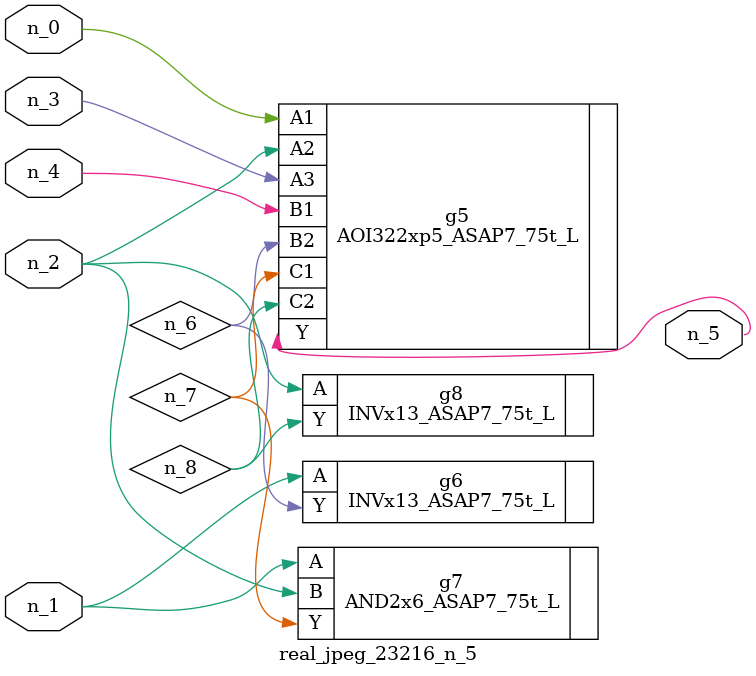
<source format=v>
module real_jpeg_23216_n_5 (n_4, n_0, n_1, n_2, n_3, n_5);

input n_4;
input n_0;
input n_1;
input n_2;
input n_3;

output n_5;

wire n_8;
wire n_6;
wire n_7;

AOI322xp5_ASAP7_75t_L g5 ( 
.A1(n_0),
.A2(n_2),
.A3(n_3),
.B1(n_4),
.B2(n_6),
.C1(n_7),
.C2(n_8),
.Y(n_5)
);

INVx13_ASAP7_75t_L g6 ( 
.A(n_1),
.Y(n_6)
);

AND2x6_ASAP7_75t_L g7 ( 
.A(n_1),
.B(n_2),
.Y(n_7)
);

INVx13_ASAP7_75t_L g8 ( 
.A(n_2),
.Y(n_8)
);


endmodule
</source>
